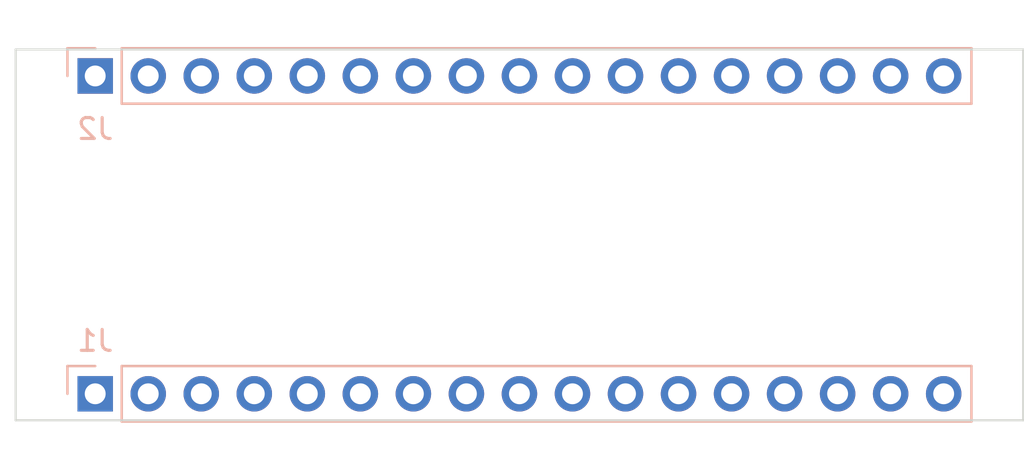
<source format=kicad_pcb>
(kicad_pcb (version 20221018) (generator pcbnew)
  (title_block (date "sam. 04 avril 2015"))
  (layers (0 "F.Cu" signal) (31 "B.Cu" signal) (34 "B.Paste" user) (35 "F.Paste" user) (36 "B.SilkS" user "B.Silkscreen") (37 "F.SilkS" user "F.Silkscreen") (38 "B.Mask" user) (39 "F.Mask" user) (44 "Edge.Cuts" user))
  (net 0 "")
  (net 1 "/*D13")
  (net 4 "GND")
  (net 5 "/~{RESET}")
  (net 6 "VCC")
  (net 7 "/D14{slash}MISO")
  (net 8 "/D15{slash}SCK")
  (net 9 "/D12")
  (net 10 "/*D11")
  (net 11 "/*D10")
  (net 12 "/*D9")
  (net 13 "/D8")
  (net 14 "/D7")
  (net 15 "/*D6")
  (net 16 "/*D5")
  (net 17 "/D4")
  (net 18 "/*D3{slash}SCL")
  (net 19 "+5V")
  (net 20 "/A5")
  (net 21 "/A4")
  (net 22 "/A3")
  (net 23 "/A2")
  (net 24 "/A1")
  (net 25 "/A0")
  (net 26 "/AREF")
  (net 27 "/D2{slash}SDA")
  (net 28 "/D0{slash}RX")
  (net 29 "/D1{slash}TX")
  (net 30 "/D17{slash}SS")
  (net 31 "/D16{slash}MOSI")
  (net 32 "+3V3")
  (footprint "Arduino_MountingHole:MountingHole_1.2mm" (layer "F.Cu") (at 101.27 83.49)
    (fp_text reference "MH2" hide)
    (fp_text value "MountingHole_1.2mm" hide)
    (pad "" np_thru_hole circle locked (at 0 0) (size 1.2 1.2) (drill 1.2) (layers "F&B.Cu" "*.Mask"))
  )
  (footprint "Arduino_MountingHole:MountingHole_1.2mm" (layer "F.Cu") (at 146.99 98.73)
    (fp_text reference "MH4" hide)
    (fp_text value "MountingHole_1.2mm" hide)
    (pad "" np_thru_hole circle locked (at 0 0) (size 1.2 1.2) (drill 1.2) (layers "F&B.Cu" "*.Mask"))
  )
  (footprint "Arduino_MountingHole:MountingHole_1.2mm" (layer "F.Cu") (at 101.27 98.73)
    (fp_text reference "MH1" hide)
    (fp_text value "MountingHole_1.2mm" hide)
    (pad "" np_thru_hole circle locked (at 0 0) (size 1.2 1.2) (drill 1.2) (layers "F&B.Cu" "*.Mask"))
  )
  (footprint "Arduino_MountingHole:MountingHole_1.2mm" (layer "F.Cu") (at 146.99 83.49)
    (fp_text reference "MH3" hide)
    (fp_text value "MountingHole_1.2mm" hide)
    (pad "" np_thru_hole circle locked (at 0 0) (size 1.2 1.2) (drill 1.2) (layers "F&B.Cu" "*.Mask"))
  )
  (footprint "Connector_PinHeader_2.54mm:PinHeader_1x17_P2.54mm_Vertical" (layer "B.Cu") (at 103.81 98.73 -90)
    (fp_text reference "J1" (at -2.54 0 180) (layer "B.SilkS") (effects (justify mirror)))
    (fp_text value "Analog")
    (fp_line (start -1.33 -41.97) (end 1.33 -41.97) (stroke (width 0.12)) (layer "B.SilkS"))
    (fp_line (start -1.33 -1.27) (end -1.33 -41.97) (stroke (width 0.12)) (layer "B.SilkS"))
    (fp_line (start -1.33 -1.27) (end 1.33 -1.27) (stroke (width 0.12)) (layer "B.SilkS"))
    (fp_line (start -1.33 0) (end -1.33 1.33) (stroke (width 0.12)) (layer "B.SilkS"))
    (fp_line (start -1.33 1.33) (end 0 1.33) (stroke (width 0.12)) (layer "B.SilkS"))
    (fp_line (start 1.33 -1.27) (end 1.33 -41.97) (stroke (width 0.12)) (layer "B.SilkS"))
    (pad "1" thru_hole rect locked (at 0 0 270) (size 1.7 1.7) (drill 1) (layers "*.Cu" "*.Mask") (net 1 "/*D13"))
    (pad "2" thru_hole oval locked (at 0 -2.54 270) (size 1.7 1.7) (drill 1) (layers "*.Cu" "*.Mask") (net 32 "+3V3"))
    (pad "3" thru_hole oval locked (at 0 -5.08 270) (size 1.7 1.7) (drill 1) (layers "*.Cu" "*.Mask") (net 26 "/AREF"))
    (pad "4" thru_hole oval locked (at 0 -7.62 270) (size 1.7 1.7) (drill 1) (layers "*.Cu" "*.Mask") (net 25 "/A0"))
    (pad "5" thru_hole oval locked (at 0 -10.16 270) (size 1.7 1.7) (drill 1) (layers "*.Cu" "*.Mask") (net 24 "/A1"))
    (pad "6" thru_hole oval locked (at 0 -12.7 270) (size 1.7 1.7) (drill 1) (layers "*.Cu" "*.Mask") (net 23 "/A2"))
    (pad "7" thru_hole oval locked (at 0 -15.24 270) (size 1.7 1.7) (drill 1) (layers "*.Cu" "*.Mask") (net 22 "/A3"))
    (pad "8" thru_hole oval locked (at 0 -17.78 270) (size 1.7 1.7) (drill 1) (layers "*.Cu" "*.Mask") (net 21 "/A4"))
    (pad "9" thru_hole oval locked (at 0 -20.32 270) (size 1.7 1.7) (drill 1) (layers "*.Cu" "*.Mask") (net 20 "/A5"))
    (pad "10" thru_hole oval locked (at 0 -22.86 270) (size 1.7 1.7) (drill 1) (layers "*.Cu" "*.Mask"))
    (pad "11" thru_hole oval locked (at 0 -25.4 270) (size 1.7 1.7) (drill 1) (layers "*.Cu" "*.Mask"))
    (pad "12" thru_hole oval locked (at 0 -27.94 270) (size 1.7 1.7) (drill 1) (layers "*.Cu" "*.Mask") (net 19 "+5V"))
    (pad "13" thru_hole oval locked (at 0 -30.48 270) (size 1.7 1.7) (drill 1) (layers "*.Cu" "*.Mask") (net 5 "/~{RESET}"))
    (pad "14" thru_hole oval locked (at 0 -33.02 270) (size 1.7 1.7) (drill 1) (layers "*.Cu" "*.Mask") (net 4 "GND"))
    (pad "15" thru_hole oval locked (at 0 -35.56 270) (size 1.7 1.7) (drill 1) (layers "*.Cu" "*.Mask") (net 6 "VCC"))
    (pad "16" thru_hole oval locked (at 0 -38.1 270) (size 1.7 1.7) (drill 1) (layers "*.Cu" "*.Mask") (net 7 "/D14{slash}MISO"))
    (pad "17" thru_hole oval locked (at 0 -40.64 270) (size 1.7 1.7) (drill 1) (layers "*.Cu" "*.Mask") (net 8 "/D15{slash}SCK"))
  )
  (footprint "Connector_PinHeader_2.54mm:PinHeader_1x17_P2.54mm_Vertical" (layer "B.Cu") (at 103.81 83.49 -90)
    (fp_text reference "J2" (at 2.54 0 180) (layer "B.SilkS") (effects (justify mirror)))
    (fp_text value "Digital")
    (fp_line (start -1.33 -41.97) (end 1.33 -41.97) (stroke (width 0.12)) (layer "B.SilkS"))
    (fp_line (start -1.33 -1.27) (end -1.33 -41.97) (stroke (width 0.12)) (layer "B.SilkS"))
    (fp_line (start -1.33 -1.27) (end 1.33 -1.27) (stroke (width 0.12)) (layer "B.SilkS"))
    (fp_line (start -1.33 0) (end -1.33 1.33) (stroke (width 0.12)) (layer "B.SilkS"))
    (fp_line (start -1.33 1.33) (end 0 1.33) (stroke (width 0.12)) (layer "B.SilkS"))
    (fp_line (start 1.33 -1.27) (end 1.33 -41.97) (stroke (width 0.12)) (layer "B.SilkS"))
    (pad "1" thru_hole rect locked (at 0 0 270) (size 1.7 1.7) (drill 1) (layers "*.Cu" "*.Mask") (net 9 "/D12"))
    (pad "2" thru_hole oval locked (at 0 -2.54 270) (size 1.7 1.7) (drill 1) (layers "*.Cu" "*.Mask") (net 10 "/*D11"))
    (pad "3" thru_hole oval locked (at 0 -5.08 270) (size 1.7 1.7) (drill 1) (layers "*.Cu" "*.Mask") (net 11 "/*D10"))
    (pad "4" thru_hole oval locked (at 0 -7.62 270) (size 1.7 1.7) (drill 1) (layers "*.Cu" "*.Mask") (net 12 "/*D9"))
    (pad "5" thru_hole oval locked (at 0 -10.16 270) (size 1.7 1.7) (drill 1) (layers "*.Cu" "*.Mask") (net 13 "/D8"))
    (pad "6" thru_hole oval locked (at 0 -12.7 270) (size 1.7 1.7) (drill 1) (layers "*.Cu" "*.Mask") (net 14 "/D7"))
    (pad "7" thru_hole oval locked (at 0 -15.24 270) (size 1.7 1.7) (drill 1) (layers "*.Cu" "*.Mask") (net 15 "/*D6"))
    (pad "8" thru_hole oval locked (at 0 -17.78 270) (size 1.7 1.7) (drill 1) (layers "*.Cu" "*.Mask") (net 16 "/*D5"))
    (pad "9" thru_hole oval locked (at 0 -20.32 270) (size 1.7 1.7) (drill 1) (layers "*.Cu" "*.Mask") (net 17 "/D4"))
    (pad "10" thru_hole oval locked (at 0 -22.86 270) (size 1.7 1.7) (drill 1) (layers "*.Cu" "*.Mask") (net 18 "/*D3{slash}SCL"))
    (pad "11" thru_hole oval locked (at 0 -25.4 270) (size 1.7 1.7) (drill 1) (layers "*.Cu" "*.Mask") (net 27 "/D2{slash}SDA"))
    (pad "12" thru_hole oval locked (at 0 -27.94 270) (size 1.7 1.7) (drill 1) (layers "*.Cu" "*.Mask") (net 4 "GND"))
    (pad "13" thru_hole oval locked (at 0 -30.48 270) (size 1.7 1.7) (drill 1) (layers "*.Cu" "*.Mask") (net 5 "/~{RESET}"))
    (pad "14" thru_hole oval locked (at 0 -33.02 270) (size 1.7 1.7) (drill 1) (layers "*.Cu" "*.Mask") (net 28 "/D0{slash}RX"))
    (pad "15" thru_hole oval locked (at 0 -35.56 270) (size 1.7 1.7) (drill 1) (layers "*.Cu" "*.Mask") (net 29 "/D1{slash}TX"))
    (pad "16" thru_hole oval locked (at 0 -38.1 270) (size 1.7 1.7) (drill 1) (layers "*.Cu" "*.Mask") (net 30 "/D17{slash}SS"))
    (pad "17" thru_hole oval locked (at 0 -40.64 270) (size 1.7 1.7) (drill 1) (layers "*.Cu" "*.Mask") (net 31 "/D16{slash}MOSI"))
  )
  (gr_line (start 148.26 82.22) (end 100 82.22) (stroke (width 0.1)) (layer "Edge.Cuts"))
  (gr_line (start 100 82.22) (end 100 100) (stroke (width 0.1)) (layer "Edge.Cuts"))
  (gr_line (start 148.26 100) (end 148.26 82.22) (stroke (width 0.1)) (layer "Edge.Cuts"))
  (gr_line (start 100 100) (end 148.26 100) (stroke (width 0.1)) (layer "Edge.Cuts"))
)
</source>
